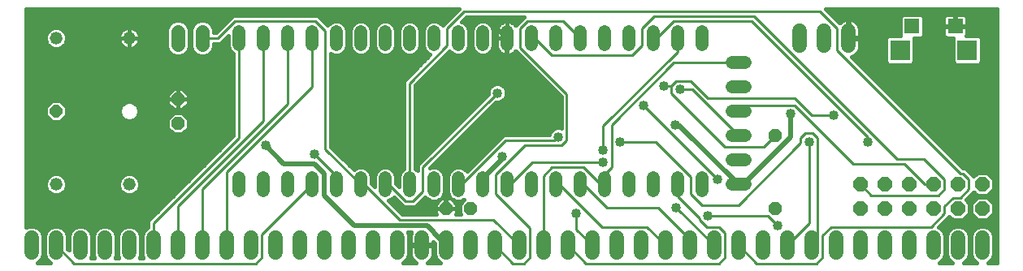
<source format=gbl>
G75*
%MOIN*%
%OFA0B0*%
%FSLAX24Y24*%
%IPPOS*%
%LPD*%
%AMOC8*
5,1,8,0,0,1.08239X$1,22.5*
%
%ADD10C,0.0520*%
%ADD11OC8,0.0600*%
%ADD12C,0.0600*%
%ADD13OC8,0.0520*%
%ADD14C,0.0520*%
%ADD15OC8,0.0515*%
%ADD16R,0.0600X0.0600*%
%ADD17R,0.0825X0.0825*%
%ADD18C,0.0560*%
%ADD19C,0.0100*%
%ADD20C,0.0400*%
%ADD21C,0.0200*%
%ADD22C,0.0160*%
D10*
X009180Y003420D02*
X009180Y003940D01*
X010180Y003940D02*
X010180Y003420D01*
X011180Y003420D02*
X011180Y003940D01*
X012180Y003940D02*
X012180Y003420D01*
X013180Y003420D02*
X013180Y003940D01*
X014180Y003940D02*
X014180Y003420D01*
X015180Y003420D02*
X015180Y003940D01*
X016180Y003940D02*
X016180Y003420D01*
X017180Y003420D02*
X017180Y003940D01*
X018180Y003940D02*
X018180Y003420D01*
X019180Y003420D02*
X019180Y003940D01*
X020180Y003940D02*
X020180Y003420D01*
X021180Y003420D02*
X021180Y003940D01*
X022180Y003940D02*
X022180Y003420D01*
X023180Y003420D02*
X023180Y003940D01*
X024180Y003940D02*
X024180Y003420D01*
X025180Y003420D02*
X025180Y003940D01*
X026180Y003940D02*
X026180Y003420D01*
X027180Y003420D02*
X027180Y003940D01*
X028180Y003940D02*
X028180Y003420D01*
X029420Y003680D02*
X029940Y003680D01*
X029940Y004680D02*
X029420Y004680D01*
X029420Y005680D02*
X029940Y005680D01*
X029940Y006680D02*
X029420Y006680D01*
X029420Y007680D02*
X029940Y007680D01*
X029940Y008680D02*
X029420Y008680D01*
X028180Y009420D02*
X028180Y009940D01*
X027180Y009940D02*
X027180Y009420D01*
X026180Y009420D02*
X026180Y009940D01*
X025180Y009940D02*
X025180Y009420D01*
X024180Y009420D02*
X024180Y009940D01*
X023180Y009940D02*
X023180Y009420D01*
X022180Y009420D02*
X022180Y009940D01*
X021180Y009940D02*
X021180Y009420D01*
X020180Y009420D02*
X020180Y009940D01*
X019180Y009940D02*
X019180Y009420D01*
X018180Y009420D02*
X018180Y009940D01*
X017180Y009940D02*
X017180Y009420D01*
X016180Y009420D02*
X016180Y009940D01*
X015180Y009940D02*
X015180Y009420D01*
X014180Y009420D02*
X014180Y009940D01*
X013180Y009940D02*
X013180Y009420D01*
X012180Y009420D02*
X012180Y009940D01*
X011180Y009940D02*
X011180Y009420D01*
X010180Y009420D02*
X010180Y009940D01*
X009180Y009940D02*
X009180Y009420D01*
D11*
X034680Y003680D03*
X035680Y003680D03*
X036680Y003680D03*
X037680Y003680D03*
X038680Y003680D03*
X039680Y003680D03*
X039680Y002680D03*
X038680Y002680D03*
X037680Y002680D03*
X036680Y002680D03*
X035680Y002680D03*
X034680Y002680D03*
D12*
X034680Y001480D02*
X034680Y000880D01*
X033680Y000880D02*
X033680Y001480D01*
X032680Y001480D02*
X032680Y000880D01*
X031680Y000880D02*
X031680Y001480D01*
X030680Y001480D02*
X030680Y000880D01*
X029680Y000880D02*
X029680Y001480D01*
X028680Y001480D02*
X028680Y000880D01*
X027680Y000880D02*
X027680Y001480D01*
X026680Y001480D02*
X026680Y000880D01*
X025680Y000880D02*
X025680Y001480D01*
X024680Y001480D02*
X024680Y000880D01*
X023680Y000880D02*
X023680Y001480D01*
X022680Y001480D02*
X022680Y000880D01*
X021680Y000880D02*
X021680Y001480D01*
X020680Y001480D02*
X020680Y000880D01*
X019680Y000880D02*
X019680Y001480D01*
X018680Y001480D02*
X018680Y000880D01*
X017680Y000880D02*
X017680Y001480D01*
X016680Y001480D02*
X016680Y000880D01*
X015680Y000880D02*
X015680Y001480D01*
X014680Y001480D02*
X014680Y000880D01*
X013680Y000880D02*
X013680Y001480D01*
X012680Y001480D02*
X012680Y000880D01*
X011680Y000880D02*
X011680Y001480D01*
X010680Y001480D02*
X010680Y000880D01*
X009680Y000880D02*
X009680Y001480D01*
X008680Y001480D02*
X008680Y000880D01*
X007680Y000880D02*
X007680Y001480D01*
X006680Y001480D02*
X006680Y000880D01*
X005680Y000880D02*
X005680Y001480D01*
X004680Y001480D02*
X004680Y000880D01*
X003680Y000880D02*
X003680Y001480D01*
X002680Y001480D02*
X002680Y000880D01*
X001680Y000880D02*
X001680Y001480D01*
X000680Y001480D02*
X000680Y000880D01*
X032180Y009380D02*
X032180Y009980D01*
X033180Y009980D02*
X033180Y009380D01*
X034180Y009380D02*
X034180Y009980D01*
X035680Y001480D02*
X035680Y000880D01*
X036680Y000880D02*
X036680Y001480D01*
X037680Y001480D02*
X037680Y000880D01*
X038680Y000880D02*
X038680Y001480D01*
X039680Y001480D02*
X039680Y000880D01*
D13*
X031180Y002680D03*
X031180Y005680D03*
X018680Y002680D03*
X017680Y002680D03*
X006680Y006180D03*
X006680Y007180D03*
D14*
X004680Y009680D03*
X001680Y009680D03*
X001680Y003680D03*
X004680Y003680D03*
D15*
X001680Y006680D03*
D16*
X036795Y010170D03*
X038565Y010170D03*
D17*
X039060Y009190D03*
X036300Y009190D03*
D18*
X007680Y009400D02*
X007680Y009960D01*
X006680Y009960D02*
X006680Y009400D01*
D19*
X007680Y009680D02*
X008330Y009680D01*
X009030Y010380D01*
X012330Y010380D01*
X012730Y009980D01*
X012730Y005130D01*
X014180Y003680D01*
X014330Y003680D01*
X015780Y002230D01*
X019630Y002230D01*
X020680Y001180D01*
X020430Y000430D02*
X019680Y001180D01*
X020880Y000430D02*
X021130Y000680D01*
X021130Y001880D01*
X019730Y003280D01*
X019730Y004080D01*
X020930Y005280D01*
X022430Y005280D01*
X022630Y005480D01*
X022630Y007380D01*
X020730Y009280D01*
X020730Y010080D01*
X021030Y010380D01*
X022480Y010380D01*
X023180Y009680D01*
X022030Y008980D02*
X021330Y009680D01*
X021180Y009680D01*
X022030Y008980D02*
X025330Y008980D01*
X025730Y009380D01*
X025730Y010080D01*
X026230Y010580D01*
X030330Y010580D01*
X036180Y004730D01*
X037280Y004730D01*
X038130Y003880D01*
X038130Y003480D01*
X037880Y003230D01*
X035130Y003230D01*
X034680Y003680D01*
X034380Y004530D02*
X031980Y006930D01*
X029930Y006930D01*
X029680Y006680D01*
X028430Y007230D02*
X027730Y007930D01*
X027130Y007930D01*
X026930Y007730D01*
X026630Y007730D01*
X026930Y007730D02*
X026930Y007430D01*
X029130Y005230D01*
X030730Y005230D01*
X031180Y005680D01*
X032230Y005580D02*
X032230Y005380D01*
X029680Y002830D01*
X028180Y002830D01*
X027730Y003280D01*
X027730Y003980D01*
X026280Y005430D01*
X024830Y005430D01*
X024130Y005080D02*
X024130Y006080D01*
X027180Y009130D01*
X027180Y009680D01*
X027030Y010380D02*
X026330Y009680D01*
X026180Y009680D01*
X027030Y010380D02*
X030230Y010380D01*
X034980Y005630D01*
X034980Y005430D01*
X032930Y005580D02*
X032930Y001430D01*
X032680Y001180D01*
X032580Y002080D02*
X031680Y001180D01*
X033130Y001580D02*
X033130Y000680D01*
X032880Y000430D01*
X030430Y000430D01*
X029680Y001180D01*
X028680Y001180D02*
X027130Y002730D01*
X026380Y002730D02*
X027680Y001430D01*
X027680Y001180D01*
X026680Y001180D02*
X025930Y001930D01*
X024080Y001930D01*
X022330Y003680D01*
X022180Y003680D01*
X023180Y003680D02*
X023330Y003680D01*
X024280Y002730D01*
X026380Y002730D01*
X027180Y003180D02*
X028080Y002280D01*
X028080Y002230D01*
X028380Y001930D01*
X028880Y001930D01*
X029130Y001680D01*
X029130Y000680D01*
X028880Y000430D01*
X023430Y000430D01*
X022680Y001180D01*
X023030Y001830D02*
X023680Y001180D01*
X021680Y001180D02*
X021680Y004030D01*
X022030Y004380D01*
X023330Y004380D01*
X024030Y003680D01*
X024180Y003680D01*
X023930Y003830D01*
X024480Y004380D01*
X024480Y006130D01*
X027030Y008680D01*
X029680Y008680D01*
X027780Y007580D02*
X027280Y007580D01*
X027780Y007580D02*
X029680Y005680D01*
X032230Y005580D02*
X032430Y005780D01*
X032730Y005780D01*
X032930Y005580D01*
X032580Y005430D02*
X032580Y002080D01*
X033130Y001580D02*
X033480Y001930D01*
X037580Y001930D01*
X038130Y002480D01*
X038130Y002780D01*
X038480Y003130D01*
X038780Y003130D01*
X039130Y003480D01*
X039130Y003880D01*
X038880Y004130D01*
X038780Y004130D01*
X033730Y009180D01*
X033730Y010080D01*
X033030Y010780D01*
X018430Y010780D01*
X017730Y010080D01*
X017730Y009380D01*
X016180Y007830D01*
X016180Y003680D01*
X016030Y002980D02*
X015330Y003680D01*
X015180Y003680D01*
X016330Y002980D02*
X016730Y003380D01*
X016730Y004380D01*
X019780Y007430D01*
X025780Y006930D02*
X028830Y003880D01*
X027180Y003680D02*
X027180Y003180D01*
X028430Y002380D02*
X030880Y002380D01*
X031280Y001980D01*
X036480Y004530D02*
X037330Y003680D01*
X037680Y003680D01*
X036480Y004530D02*
X034380Y004530D01*
X033580Y006530D02*
X032680Y006530D01*
X031980Y007230D01*
X028430Y007230D01*
X022280Y005630D02*
X022130Y005480D01*
X020130Y005480D01*
X018330Y003680D01*
X018180Y003680D01*
X020180Y003680D02*
X020330Y003680D01*
X021230Y004580D01*
X024130Y004580D01*
X023030Y002480D02*
X023030Y001830D01*
X020880Y000430D02*
X020430Y000430D01*
X016330Y002980D02*
X016030Y002980D01*
X013180Y003680D02*
X013180Y004030D01*
X012280Y004930D01*
X009180Y005580D02*
X005680Y002080D01*
X005680Y001180D01*
X006680Y001180D02*
X006680Y002780D01*
X010180Y006280D01*
X010180Y009680D01*
X009180Y009680D02*
X009180Y005580D01*
X008680Y004180D02*
X008680Y001180D01*
X007680Y001180D02*
X007680Y003480D01*
X011180Y006980D01*
X011180Y009680D01*
X012180Y009680D02*
X012180Y007680D01*
X008680Y004180D01*
X010130Y001630D02*
X012180Y003680D01*
X010130Y001630D02*
X010130Y000680D01*
X009880Y000430D01*
X002430Y000430D01*
X001680Y001180D01*
D20*
X012280Y004930D03*
X010280Y005280D03*
X019980Y004830D03*
X022280Y005630D03*
X024130Y005080D03*
X024830Y005430D03*
X027080Y006130D03*
X025780Y006930D03*
X027280Y007580D03*
X026630Y007730D03*
X031830Y006580D03*
X033580Y006530D03*
X032580Y005430D03*
X034980Y005430D03*
X028830Y003880D03*
X027130Y002730D03*
X028430Y002380D03*
X031280Y001980D03*
X023030Y002480D03*
X024130Y004580D03*
X019780Y007430D03*
X018580Y010430D03*
D21*
X019430Y010430D01*
X020180Y009680D01*
X020180Y006630D01*
X017680Y004130D01*
X017680Y002680D01*
X016930Y001980D02*
X013930Y001980D01*
X012680Y003230D01*
X012680Y004130D01*
X012280Y004530D01*
X011030Y004530D01*
X010280Y005280D01*
X019180Y003930D02*
X019180Y003680D01*
X019180Y003930D02*
X019980Y004730D01*
X019980Y004830D01*
X027080Y006130D02*
X027230Y006130D01*
X029680Y003680D01*
X029880Y003680D01*
X031830Y005630D01*
X031830Y006580D01*
X017180Y001730D02*
X016930Y001980D01*
X017180Y001730D02*
X017180Y001680D01*
X017680Y001180D01*
D22*
X000952Y000473D02*
X000920Y000460D01*
X001440Y000460D01*
X001408Y000473D01*
X001273Y000608D01*
X001200Y000785D01*
X001200Y001575D01*
X001273Y001752D01*
X001408Y001887D01*
X001585Y001960D01*
X001775Y001960D01*
X001952Y001887D01*
X002087Y001752D01*
X002160Y001575D01*
X002160Y001025D01*
X002200Y000985D01*
X002200Y001575D01*
X002273Y001752D01*
X002408Y001887D01*
X002585Y001960D01*
X002775Y001960D01*
X002952Y001887D01*
X003087Y001752D01*
X003160Y001575D01*
X003160Y000785D01*
X003108Y000660D01*
X003252Y000660D01*
X003200Y000785D01*
X003200Y001575D01*
X003273Y001752D01*
X003408Y001887D01*
X003585Y001960D01*
X003775Y001960D01*
X003952Y001887D01*
X004087Y001752D01*
X004160Y001575D01*
X004160Y000785D01*
X004108Y000660D01*
X004252Y000660D01*
X004200Y000785D01*
X004200Y001575D01*
X004273Y001752D01*
X004408Y001887D01*
X004585Y001960D01*
X004775Y001960D01*
X004952Y001887D01*
X005087Y001752D01*
X005160Y001575D01*
X005160Y000785D01*
X005108Y000660D01*
X005252Y000660D01*
X005200Y000785D01*
X005200Y001575D01*
X005273Y001752D01*
X005408Y001887D01*
X005450Y001904D01*
X005450Y002175D01*
X005585Y002310D01*
X005585Y002310D01*
X008950Y005675D01*
X008950Y009039D01*
X008931Y009047D01*
X008807Y009171D01*
X008740Y009332D01*
X008740Y009765D01*
X008425Y009450D01*
X008140Y009450D01*
X008140Y009308D01*
X008070Y009139D01*
X007941Y009010D01*
X007771Y008940D01*
X007588Y008940D01*
X007419Y009010D01*
X007290Y009139D01*
X007220Y009308D01*
X007220Y010051D01*
X007290Y010221D01*
X007419Y010350D01*
X007588Y010420D01*
X007771Y010420D01*
X007941Y010350D01*
X008070Y010221D01*
X008140Y010051D01*
X008140Y009910D01*
X008235Y009910D01*
X008800Y010475D01*
X008935Y010610D01*
X012425Y010610D01*
X012825Y010210D01*
X012827Y010209D01*
X012931Y010313D01*
X013092Y010380D01*
X013268Y010380D01*
X013429Y010313D01*
X013553Y010189D01*
X013620Y010028D01*
X013620Y009332D01*
X013553Y009171D01*
X013429Y009047D01*
X013268Y008980D01*
X013092Y008980D01*
X012960Y009035D01*
X012960Y005225D01*
X013902Y004284D01*
X013931Y004313D01*
X014092Y004380D01*
X014268Y004380D01*
X014429Y004313D01*
X014553Y004189D01*
X014620Y004028D01*
X014620Y003715D01*
X014740Y003595D01*
X014740Y004028D01*
X014807Y004189D01*
X014931Y004313D01*
X015092Y004380D01*
X015268Y004380D01*
X015429Y004313D01*
X015553Y004189D01*
X015620Y004028D01*
X015620Y003715D01*
X015740Y003595D01*
X015740Y004028D01*
X015807Y004189D01*
X015931Y004313D01*
X015950Y004321D01*
X015950Y007925D01*
X017030Y009006D01*
X016931Y009047D01*
X016807Y009171D01*
X016740Y009332D01*
X016740Y010028D01*
X016807Y010189D01*
X016931Y010313D01*
X017092Y010380D01*
X017268Y010380D01*
X017429Y010313D01*
X017533Y010209D01*
X018200Y010875D01*
X018221Y010896D01*
X000460Y010896D01*
X000460Y001908D01*
X000585Y001960D01*
X000775Y001960D01*
X000952Y001887D01*
X001087Y001752D01*
X001160Y001575D01*
X001160Y000785D01*
X001087Y000608D01*
X000952Y000473D01*
X000976Y000497D02*
X001384Y000497D01*
X001253Y000656D02*
X001107Y000656D01*
X001160Y000814D02*
X001200Y000814D01*
X001200Y000973D02*
X001160Y000973D01*
X001160Y001131D02*
X001200Y001131D01*
X001200Y001290D02*
X001160Y001290D01*
X001160Y001448D02*
X001200Y001448D01*
X001213Y001607D02*
X001147Y001607D01*
X001074Y001765D02*
X001286Y001765D01*
X001496Y001924D02*
X000864Y001924D01*
X000496Y001924D02*
X000460Y001924D01*
X000460Y002082D02*
X005450Y002082D01*
X005515Y002241D02*
X000460Y002241D01*
X000460Y002399D02*
X005674Y002399D01*
X005832Y002558D02*
X000460Y002558D01*
X000460Y002716D02*
X005991Y002716D01*
X006149Y002875D02*
X000460Y002875D01*
X000460Y003033D02*
X006308Y003033D01*
X006466Y003192D02*
X000460Y003192D01*
X000460Y003350D02*
X001388Y003350D01*
X001431Y003307D02*
X001592Y003240D01*
X001768Y003240D01*
X001929Y003307D01*
X002053Y003431D01*
X002120Y003592D01*
X002120Y003768D01*
X002053Y003929D01*
X001929Y004053D01*
X001768Y004120D01*
X001592Y004120D01*
X001431Y004053D01*
X001307Y003929D01*
X001240Y003768D01*
X001240Y003592D01*
X001307Y003431D01*
X001431Y003307D01*
X001972Y003350D02*
X004388Y003350D01*
X004431Y003307D02*
X004592Y003240D01*
X004768Y003240D01*
X004929Y003307D01*
X005053Y003431D01*
X005120Y003592D01*
X005120Y003768D01*
X005053Y003929D01*
X004929Y004053D01*
X004768Y004120D01*
X004592Y004120D01*
X004431Y004053D01*
X004307Y003929D01*
X004240Y003768D01*
X004240Y003592D01*
X004307Y003431D01*
X004431Y003307D01*
X004275Y003509D02*
X002085Y003509D01*
X002120Y003667D02*
X004240Y003667D01*
X004264Y003826D02*
X002096Y003826D01*
X001998Y003984D02*
X004362Y003984D01*
X004998Y003984D02*
X007259Y003984D01*
X007100Y003826D02*
X005096Y003826D01*
X005120Y003667D02*
X006942Y003667D01*
X006783Y003509D02*
X005085Y003509D01*
X004972Y003350D02*
X006625Y003350D01*
X007417Y004143D02*
X000460Y004143D01*
X000460Y004301D02*
X007576Y004301D01*
X007734Y004460D02*
X000460Y004460D01*
X000460Y004618D02*
X007893Y004618D01*
X008051Y004777D02*
X000460Y004777D01*
X000460Y004935D02*
X008210Y004935D01*
X008368Y005094D02*
X000460Y005094D01*
X000460Y005252D02*
X008527Y005252D01*
X008685Y005411D02*
X000460Y005411D01*
X000460Y005569D02*
X008844Y005569D01*
X008950Y005728D02*
X000460Y005728D01*
X000460Y005886D02*
X006352Y005886D01*
X006240Y005998D02*
X006498Y005740D01*
X006862Y005740D01*
X007120Y005998D01*
X007120Y006362D01*
X006862Y006620D01*
X006498Y006620D01*
X006240Y006362D01*
X006240Y005998D01*
X006240Y006045D02*
X000460Y006045D01*
X000460Y006203D02*
X006240Y006203D01*
X006240Y006362D02*
X004925Y006362D01*
X004906Y006342D02*
X005018Y006454D01*
X005078Y006601D01*
X005078Y006759D01*
X005018Y006906D01*
X004906Y007018D01*
X004759Y007078D01*
X004601Y007078D01*
X004454Y007018D01*
X004342Y006906D01*
X004282Y006759D01*
X004282Y006601D01*
X004342Y006454D01*
X004454Y006342D01*
X004601Y006282D01*
X004759Y006282D01*
X004906Y006342D01*
X005045Y006520D02*
X006398Y006520D01*
X006498Y006740D02*
X006240Y006998D01*
X006240Y007180D01*
X006680Y007180D01*
X006680Y007180D01*
X006680Y007620D01*
X006862Y007620D01*
X007120Y007362D01*
X007120Y007180D01*
X006680Y007180D01*
X006680Y007180D01*
X006680Y007180D01*
X006680Y007620D01*
X006498Y007620D01*
X006240Y007362D01*
X006240Y007180D01*
X006680Y007180D01*
X007120Y007180D01*
X007120Y006998D01*
X006862Y006740D01*
X006680Y006740D01*
X006680Y007180D01*
X006680Y007180D01*
X006680Y006740D01*
X006498Y006740D01*
X006401Y006837D02*
X005046Y006837D01*
X005078Y006679D02*
X008950Y006679D01*
X008950Y006837D02*
X006959Y006837D01*
X006680Y006837D02*
X006680Y006837D01*
X006680Y006996D02*
X006680Y006996D01*
X006680Y007154D02*
X006680Y007154D01*
X007120Y007154D02*
X008950Y007154D01*
X008950Y006996D02*
X007118Y006996D01*
X006242Y006996D02*
X004928Y006996D01*
X004432Y006996D02*
X001983Y006996D01*
X001861Y007117D02*
X001499Y007117D01*
X001243Y006861D01*
X001243Y006499D01*
X001499Y006243D01*
X001861Y006243D01*
X002117Y006499D01*
X002117Y006861D01*
X001861Y007117D01*
X001377Y006996D02*
X000460Y006996D01*
X000460Y007154D02*
X006240Y007154D01*
X006240Y007313D02*
X000460Y007313D01*
X000460Y007471D02*
X006349Y007471D01*
X006680Y007471D02*
X006680Y007471D01*
X006680Y007313D02*
X006680Y007313D01*
X007011Y007471D02*
X008950Y007471D01*
X008950Y007313D02*
X007120Y007313D01*
X008950Y007630D02*
X000460Y007630D01*
X000460Y007788D02*
X008950Y007788D01*
X008950Y007947D02*
X000460Y007947D01*
X000460Y008105D02*
X008950Y008105D01*
X008950Y008264D02*
X000460Y008264D01*
X000460Y008422D02*
X008950Y008422D01*
X008950Y008581D02*
X000460Y008581D01*
X000460Y008739D02*
X008950Y008739D01*
X008950Y008898D02*
X000460Y008898D01*
X000460Y009056D02*
X006373Y009056D01*
X006419Y009010D02*
X006588Y008940D01*
X006771Y008940D01*
X006941Y009010D01*
X007070Y009139D01*
X007140Y009308D01*
X007140Y010051D01*
X007070Y010221D01*
X006941Y010350D01*
X006771Y010420D01*
X006588Y010420D01*
X006419Y010350D01*
X006290Y010221D01*
X006220Y010051D01*
X006220Y009308D01*
X006290Y009139D01*
X006419Y009010D01*
X006259Y009215D02*
X000460Y009215D01*
X000460Y009373D02*
X001365Y009373D01*
X001307Y009431D02*
X001431Y009307D01*
X001592Y009240D01*
X001768Y009240D01*
X001929Y009307D01*
X002053Y009431D01*
X002120Y009592D01*
X002120Y009768D01*
X002053Y009929D01*
X001929Y010053D01*
X001768Y010120D01*
X001592Y010120D01*
X001431Y010053D01*
X001307Y009929D01*
X001240Y009768D01*
X001240Y009592D01*
X001307Y009431D01*
X001265Y009532D02*
X000460Y009532D01*
X000460Y009690D02*
X001240Y009690D01*
X001274Y009849D02*
X000460Y009849D01*
X000460Y010007D02*
X001385Y010007D01*
X001975Y010007D02*
X004385Y010007D01*
X004393Y010016D02*
X004344Y009967D01*
X004304Y009911D01*
X004272Y009849D01*
X004251Y009783D01*
X004240Y009715D01*
X004240Y009680D01*
X004680Y009680D01*
X004680Y009680D01*
X004680Y010120D01*
X004715Y010120D01*
X004783Y010109D01*
X004849Y010088D01*
X004911Y010056D01*
X004967Y010016D01*
X005016Y009967D01*
X005056Y009911D01*
X005088Y009849D01*
X005109Y009783D01*
X005120Y009715D01*
X005120Y009680D01*
X004680Y009680D01*
X004680Y009680D01*
X004680Y009680D01*
X004680Y010120D01*
X004645Y010120D01*
X004577Y010109D01*
X004511Y010088D01*
X004449Y010056D01*
X004393Y010016D01*
X004272Y009849D02*
X002086Y009849D01*
X002120Y009690D02*
X004240Y009690D01*
X004240Y009680D02*
X004240Y009645D01*
X004251Y009577D01*
X004272Y009511D01*
X004304Y009449D01*
X004344Y009393D01*
X004393Y009344D01*
X004449Y009304D01*
X004511Y009272D01*
X004577Y009251D01*
X004645Y009240D01*
X004680Y009240D01*
X004715Y009240D01*
X004783Y009251D01*
X004849Y009272D01*
X004911Y009304D01*
X004967Y009344D01*
X005016Y009393D01*
X005056Y009449D01*
X005088Y009511D01*
X005109Y009577D01*
X005120Y009645D01*
X005120Y009680D01*
X004680Y009680D01*
X004680Y009240D01*
X004680Y009680D01*
X004680Y009680D01*
X004240Y009680D01*
X004266Y009532D02*
X002095Y009532D01*
X001995Y009373D02*
X004365Y009373D01*
X004680Y009373D02*
X004680Y009373D01*
X004680Y009532D02*
X004680Y009532D01*
X004680Y009690D02*
X004680Y009690D01*
X005120Y009690D02*
X006220Y009690D01*
X006220Y009532D02*
X005094Y009532D01*
X004995Y009373D02*
X006220Y009373D01*
X007101Y009215D02*
X007259Y009215D01*
X007373Y009056D02*
X006987Y009056D01*
X007987Y009056D02*
X008922Y009056D01*
X008789Y009215D02*
X008101Y009215D01*
X008140Y009373D02*
X008740Y009373D01*
X008740Y009532D02*
X008507Y009532D01*
X008665Y009690D02*
X008740Y009690D01*
X008332Y010007D02*
X008140Y010007D01*
X008093Y010166D02*
X008490Y010166D01*
X008649Y010324D02*
X007967Y010324D01*
X007393Y010324D02*
X006967Y010324D01*
X007093Y010166D02*
X007267Y010166D01*
X007220Y010007D02*
X007140Y010007D01*
X007140Y009849D02*
X007220Y009849D01*
X007220Y009690D02*
X007140Y009690D01*
X007140Y009532D02*
X007220Y009532D01*
X007220Y009373D02*
X007140Y009373D01*
X006220Y009849D02*
X005088Y009849D01*
X004975Y010007D02*
X006220Y010007D01*
X006267Y010166D02*
X000460Y010166D01*
X000460Y010324D02*
X006393Y010324D01*
X004680Y010007D02*
X004680Y010007D01*
X004680Y009849D02*
X004680Y009849D01*
X008807Y010483D02*
X000460Y010483D01*
X000460Y010641D02*
X017966Y010641D01*
X018124Y010800D02*
X000460Y010800D01*
X012553Y010483D02*
X017807Y010483D01*
X017649Y010324D02*
X017403Y010324D01*
X016957Y010324D02*
X016403Y010324D01*
X016429Y010313D02*
X016268Y010380D01*
X016092Y010380D01*
X015931Y010313D01*
X015807Y010189D01*
X015740Y010028D01*
X015740Y009332D01*
X015807Y009171D01*
X015931Y009047D01*
X016092Y008980D01*
X016268Y008980D01*
X016429Y009047D01*
X016553Y009171D01*
X016620Y009332D01*
X016620Y010028D01*
X016553Y010189D01*
X016429Y010313D01*
X016563Y010166D02*
X016797Y010166D01*
X016740Y010007D02*
X016620Y010007D01*
X016620Y009849D02*
X016740Y009849D01*
X016740Y009690D02*
X016620Y009690D01*
X016620Y009532D02*
X016740Y009532D01*
X016740Y009373D02*
X016620Y009373D01*
X016571Y009215D02*
X016789Y009215D01*
X016922Y009056D02*
X016438Y009056D01*
X016922Y008898D02*
X012960Y008898D01*
X013438Y009056D02*
X013922Y009056D01*
X013931Y009047D02*
X014092Y008980D01*
X014268Y008980D01*
X014429Y009047D01*
X014553Y009171D01*
X014620Y009332D01*
X014620Y010028D01*
X014553Y010189D01*
X014429Y010313D01*
X014268Y010380D01*
X014092Y010380D01*
X013931Y010313D01*
X013807Y010189D01*
X013740Y010028D01*
X013740Y009332D01*
X013807Y009171D01*
X013931Y009047D01*
X013789Y009215D02*
X013571Y009215D01*
X013620Y009373D02*
X013740Y009373D01*
X013740Y009532D02*
X013620Y009532D01*
X013620Y009690D02*
X013740Y009690D01*
X013740Y009849D02*
X013620Y009849D01*
X013620Y010007D02*
X013740Y010007D01*
X013797Y010166D02*
X013563Y010166D01*
X013403Y010324D02*
X013957Y010324D01*
X014403Y010324D02*
X014957Y010324D01*
X014931Y010313D02*
X014807Y010189D01*
X014740Y010028D01*
X014740Y009332D01*
X014807Y009171D01*
X014931Y009047D01*
X015092Y008980D01*
X015268Y008980D01*
X015429Y009047D01*
X015553Y009171D01*
X015620Y009332D01*
X015620Y010028D01*
X015553Y010189D01*
X015429Y010313D01*
X015268Y010380D01*
X015092Y010380D01*
X014931Y010313D01*
X014797Y010166D02*
X014563Y010166D01*
X014620Y010007D02*
X014740Y010007D01*
X014740Y009849D02*
X014620Y009849D01*
X014620Y009690D02*
X014740Y009690D01*
X014740Y009532D02*
X014620Y009532D01*
X014620Y009373D02*
X014740Y009373D01*
X014789Y009215D02*
X014571Y009215D01*
X014438Y009056D02*
X014922Y009056D01*
X015438Y009056D02*
X015922Y009056D01*
X015789Y009215D02*
X015571Y009215D01*
X015620Y009373D02*
X015740Y009373D01*
X015740Y009532D02*
X015620Y009532D01*
X015620Y009690D02*
X015740Y009690D01*
X015740Y009849D02*
X015620Y009849D01*
X015620Y010007D02*
X015740Y010007D01*
X015797Y010166D02*
X015563Y010166D01*
X015403Y010324D02*
X015957Y010324D01*
X018330Y010354D02*
X018525Y010550D01*
X020875Y010550D01*
X020800Y010475D01*
X020531Y010206D01*
X020516Y010227D01*
X020467Y010276D01*
X020411Y010316D01*
X020349Y010348D01*
X020283Y010369D01*
X020215Y010380D01*
X020180Y010380D01*
X020180Y009680D01*
X020180Y009680D01*
X020180Y008980D01*
X020215Y008980D01*
X020283Y008991D01*
X020349Y009012D01*
X020411Y009044D01*
X020467Y009084D01*
X020516Y009133D01*
X020531Y009154D01*
X020635Y009050D01*
X022400Y007285D01*
X022400Y005992D01*
X022356Y006010D01*
X022204Y006010D01*
X022065Y005952D01*
X021958Y005845D01*
X021902Y005710D01*
X020035Y005710D01*
X019900Y005575D01*
X018533Y004209D01*
X018429Y004313D01*
X018268Y004380D01*
X018092Y004380D01*
X017931Y004313D01*
X017807Y004189D01*
X017740Y004028D01*
X017740Y003332D01*
X017807Y003171D01*
X017858Y003120D01*
X017680Y003120D01*
X017680Y002680D01*
X017680Y002680D01*
X018120Y002680D01*
X018120Y002862D01*
X017938Y003044D01*
X018092Y002980D01*
X018268Y002980D01*
X018422Y003044D01*
X018240Y002862D01*
X018240Y002498D01*
X018278Y002460D01*
X018082Y002460D01*
X018120Y002498D01*
X018120Y002680D01*
X017680Y002680D01*
X017680Y002680D01*
X017680Y002680D01*
X017240Y002680D01*
X017240Y002862D01*
X017422Y003044D01*
X017268Y002980D01*
X017092Y002980D01*
X016931Y003047D01*
X016827Y003151D01*
X016825Y003150D01*
X016425Y002750D01*
X015935Y002750D01*
X015800Y002885D01*
X015533Y003151D01*
X015429Y003047D01*
X015330Y003006D01*
X015875Y002460D01*
X017278Y002460D01*
X017240Y002498D01*
X017240Y002680D01*
X017680Y002680D01*
X017680Y003120D01*
X017502Y003120D01*
X017553Y003171D01*
X017620Y003332D01*
X017620Y004028D01*
X017553Y004189D01*
X017429Y004313D01*
X017268Y004380D01*
X017092Y004380D01*
X017029Y004354D01*
X019725Y007050D01*
X019856Y007050D01*
X019995Y007108D01*
X020102Y007215D01*
X020160Y007354D01*
X020160Y007506D01*
X020102Y007645D01*
X019995Y007752D01*
X019856Y007810D01*
X019704Y007810D01*
X019565Y007752D01*
X019458Y007645D01*
X019400Y007506D01*
X019400Y007375D01*
X016500Y004475D01*
X016500Y004242D01*
X016429Y004313D01*
X016410Y004321D01*
X016410Y007735D01*
X017825Y009150D01*
X017827Y009151D01*
X017931Y009047D01*
X018092Y008980D01*
X018268Y008980D01*
X018429Y009047D01*
X018553Y009171D01*
X018620Y009332D01*
X018620Y010028D01*
X018553Y010189D01*
X018429Y010313D01*
X018330Y010354D01*
X018403Y010324D02*
X018957Y010324D01*
X018931Y010313D02*
X018807Y010189D01*
X018740Y010028D01*
X018740Y009332D01*
X018807Y009171D01*
X018931Y009047D01*
X019092Y008980D01*
X019268Y008980D01*
X019429Y009047D01*
X019553Y009171D01*
X019620Y009332D01*
X019620Y010028D01*
X019553Y010189D01*
X019429Y010313D01*
X019268Y010380D01*
X019092Y010380D01*
X018931Y010313D01*
X018797Y010166D02*
X018563Y010166D01*
X018620Y010007D02*
X018740Y010007D01*
X018740Y009849D02*
X018620Y009849D01*
X018620Y009690D02*
X018740Y009690D01*
X018740Y009532D02*
X018620Y009532D01*
X018620Y009373D02*
X018740Y009373D01*
X018789Y009215D02*
X018571Y009215D01*
X018438Y009056D02*
X018922Y009056D01*
X019438Y009056D02*
X019932Y009056D01*
X019949Y009044D02*
X020011Y009012D01*
X020077Y008991D01*
X020145Y008980D01*
X020180Y008980D01*
X020180Y009680D01*
X020180Y009680D01*
X020180Y009680D01*
X019740Y009680D01*
X019740Y009975D01*
X019751Y010043D01*
X019772Y010109D01*
X019804Y010171D01*
X019844Y010227D01*
X019893Y010276D01*
X019949Y010316D01*
X020011Y010348D01*
X020077Y010369D01*
X020145Y010380D01*
X020180Y010380D01*
X020180Y009680D01*
X019740Y009680D01*
X019740Y009385D01*
X019751Y009317D01*
X019772Y009251D01*
X019804Y009189D01*
X019844Y009133D01*
X019893Y009084D01*
X019949Y009044D01*
X020180Y009056D02*
X020180Y009056D01*
X020180Y009215D02*
X020180Y009215D01*
X020428Y009056D02*
X020629Y009056D01*
X020787Y008898D02*
X017573Y008898D01*
X017731Y009056D02*
X017922Y009056D01*
X017414Y008739D02*
X020946Y008739D01*
X021104Y008581D02*
X017256Y008581D01*
X016764Y008739D02*
X012960Y008739D01*
X012960Y008581D02*
X016605Y008581D01*
X016447Y008422D02*
X012960Y008422D01*
X012960Y008264D02*
X016288Y008264D01*
X016130Y008105D02*
X012960Y008105D01*
X012960Y007947D02*
X015971Y007947D01*
X015950Y007788D02*
X012960Y007788D01*
X012960Y007630D02*
X015950Y007630D01*
X015950Y007471D02*
X012960Y007471D01*
X012960Y007313D02*
X015950Y007313D01*
X016410Y007313D02*
X019337Y007313D01*
X019400Y007471D02*
X016410Y007471D01*
X016410Y007630D02*
X019451Y007630D01*
X019651Y007788D02*
X016463Y007788D01*
X016622Y007947D02*
X021738Y007947D01*
X021897Y007788D02*
X019909Y007788D01*
X020109Y007630D02*
X022055Y007630D01*
X022214Y007471D02*
X020160Y007471D01*
X020143Y007313D02*
X022372Y007313D01*
X022400Y007154D02*
X020041Y007154D01*
X019671Y006996D02*
X022400Y006996D01*
X022400Y006837D02*
X019512Y006837D01*
X019354Y006679D02*
X022400Y006679D01*
X022400Y006520D02*
X019195Y006520D01*
X018703Y006679D02*
X016410Y006679D01*
X016410Y006837D02*
X018862Y006837D01*
X019020Y006996D02*
X016410Y006996D01*
X016410Y007154D02*
X019179Y007154D01*
X018545Y006520D02*
X016410Y006520D01*
X015950Y006520D02*
X012960Y006520D01*
X012960Y006679D02*
X015950Y006679D01*
X015950Y006837D02*
X012960Y006837D01*
X012960Y006996D02*
X015950Y006996D01*
X015950Y007154D02*
X012960Y007154D01*
X012960Y006362D02*
X015950Y006362D01*
X015950Y006203D02*
X012960Y006203D01*
X012960Y006045D02*
X015950Y006045D01*
X016410Y006045D02*
X018069Y006045D01*
X018228Y006203D02*
X016410Y006203D01*
X016410Y006362D02*
X018386Y006362D01*
X018878Y006203D02*
X022400Y006203D01*
X022400Y006362D02*
X019037Y006362D01*
X018720Y006045D02*
X022400Y006045D01*
X021999Y005886D02*
X018561Y005886D01*
X018403Y005728D02*
X021909Y005728D01*
X019894Y005569D02*
X018244Y005569D01*
X018086Y005411D02*
X019735Y005411D01*
X019577Y005252D02*
X017927Y005252D01*
X017435Y005411D02*
X016410Y005411D01*
X016410Y005569D02*
X017594Y005569D01*
X017752Y005728D02*
X016410Y005728D01*
X016410Y005886D02*
X017911Y005886D01*
X015950Y005886D02*
X012960Y005886D01*
X012960Y005728D02*
X015950Y005728D01*
X015950Y005569D02*
X012960Y005569D01*
X012960Y005411D02*
X015950Y005411D01*
X015950Y005252D02*
X012960Y005252D01*
X013092Y005094D02*
X015950Y005094D01*
X015950Y004935D02*
X013250Y004935D01*
X013409Y004777D02*
X015950Y004777D01*
X015950Y004618D02*
X013567Y004618D01*
X013726Y004460D02*
X015950Y004460D01*
X016410Y004460D02*
X016500Y004460D01*
X016410Y004618D02*
X016643Y004618D01*
X016801Y004777D02*
X016410Y004777D01*
X016410Y004935D02*
X016960Y004935D01*
X017118Y005094D02*
X016410Y005094D01*
X016410Y005252D02*
X017277Y005252D01*
X017769Y005094D02*
X019418Y005094D01*
X019260Y004935D02*
X017610Y004935D01*
X017452Y004777D02*
X019101Y004777D01*
X018943Y004618D02*
X017293Y004618D01*
X017135Y004460D02*
X018784Y004460D01*
X018626Y004301D02*
X018441Y004301D01*
X017919Y004301D02*
X017441Y004301D01*
X017572Y004143D02*
X017788Y004143D01*
X017740Y003984D02*
X017620Y003984D01*
X017620Y003826D02*
X017740Y003826D01*
X017740Y003667D02*
X017620Y003667D01*
X017620Y003509D02*
X017740Y003509D01*
X017740Y003350D02*
X017620Y003350D01*
X017562Y003192D02*
X017798Y003192D01*
X017680Y003033D02*
X017680Y003033D01*
X017680Y002875D02*
X017680Y002875D01*
X017411Y003033D02*
X017395Y003033D01*
X017252Y002875D02*
X016550Y002875D01*
X016708Y003033D02*
X016965Y003033D01*
X017949Y003033D02*
X017965Y003033D01*
X018108Y002875D02*
X018252Y002875D01*
X018395Y003033D02*
X018411Y003033D01*
X018240Y002716D02*
X018120Y002716D01*
X018120Y002558D02*
X018240Y002558D01*
X017680Y002716D02*
X017680Y002716D01*
X017240Y002716D02*
X015619Y002716D01*
X015778Y002558D02*
X017240Y002558D01*
X015810Y002875D02*
X015461Y002875D01*
X015395Y003033D02*
X015652Y003033D01*
X015668Y003667D02*
X015740Y003667D01*
X015740Y003826D02*
X015620Y003826D01*
X015620Y003984D02*
X015740Y003984D01*
X015788Y004143D02*
X015572Y004143D01*
X015441Y004301D02*
X015919Y004301D01*
X016441Y004301D02*
X016500Y004301D01*
X014919Y004301D02*
X014441Y004301D01*
X014572Y004143D02*
X014788Y004143D01*
X014740Y003984D02*
X014620Y003984D01*
X014620Y003826D02*
X014740Y003826D01*
X014740Y003667D02*
X014668Y003667D01*
X013919Y004301D02*
X013884Y004301D01*
X008950Y005886D02*
X007008Y005886D01*
X007120Y006045D02*
X008950Y006045D01*
X008950Y006203D02*
X007120Y006203D01*
X007120Y006362D02*
X008950Y006362D01*
X008950Y006520D02*
X006962Y006520D01*
X004435Y006362D02*
X001980Y006362D01*
X001380Y006362D02*
X000460Y006362D01*
X000460Y006520D02*
X001243Y006520D01*
X001243Y006679D02*
X000460Y006679D01*
X000460Y006837D02*
X001243Y006837D01*
X002117Y006837D02*
X004314Y006837D01*
X004282Y006679D02*
X002117Y006679D01*
X002117Y006520D02*
X004315Y006520D01*
X001362Y003984D02*
X000460Y003984D01*
X000460Y003826D02*
X001264Y003826D01*
X001240Y003667D02*
X000460Y003667D01*
X000460Y003509D02*
X001275Y003509D01*
X001864Y001924D02*
X002496Y001924D01*
X002286Y001765D02*
X002074Y001765D01*
X002147Y001607D02*
X002213Y001607D01*
X002200Y001448D02*
X002160Y001448D01*
X002160Y001290D02*
X002200Y001290D01*
X002200Y001131D02*
X002160Y001131D01*
X003160Y001131D02*
X003200Y001131D01*
X003200Y000973D02*
X003160Y000973D01*
X003160Y000814D02*
X003200Y000814D01*
X004160Y000814D02*
X004200Y000814D01*
X004200Y000973D02*
X004160Y000973D01*
X004160Y001131D02*
X004200Y001131D01*
X004200Y001290D02*
X004160Y001290D01*
X004160Y001448D02*
X004200Y001448D01*
X004213Y001607D02*
X004147Y001607D01*
X004074Y001765D02*
X004286Y001765D01*
X004496Y001924D02*
X003864Y001924D01*
X003496Y001924D02*
X002864Y001924D01*
X003074Y001765D02*
X003286Y001765D01*
X003213Y001607D02*
X003147Y001607D01*
X003160Y001448D02*
X003200Y001448D01*
X003200Y001290D02*
X003160Y001290D01*
X004864Y001924D02*
X005450Y001924D01*
X005286Y001765D02*
X005074Y001765D01*
X005147Y001607D02*
X005213Y001607D01*
X005200Y001448D02*
X005160Y001448D01*
X005160Y001290D02*
X005200Y001290D01*
X005200Y001131D02*
X005160Y001131D01*
X005160Y000973D02*
X005200Y000973D01*
X005200Y000814D02*
X005160Y000814D01*
X015920Y000460D02*
X015952Y000473D01*
X016087Y000608D01*
X016160Y000785D01*
X016160Y001575D01*
X016108Y001700D01*
X016253Y001700D01*
X016235Y001664D01*
X016212Y001592D01*
X016200Y001518D01*
X016200Y001200D01*
X016660Y001200D01*
X016660Y001160D01*
X016200Y001160D01*
X016200Y000842D01*
X016212Y000768D01*
X016235Y000696D01*
X016269Y000628D01*
X016314Y000567D01*
X016367Y000514D01*
X016428Y000469D01*
X016447Y000460D01*
X015920Y000460D01*
X015976Y000497D02*
X016391Y000497D01*
X016256Y000656D02*
X016107Y000656D01*
X016160Y000814D02*
X016204Y000814D01*
X016200Y000973D02*
X016160Y000973D01*
X016160Y001131D02*
X016200Y001131D01*
X016700Y001160D02*
X016700Y001200D01*
X017160Y001200D01*
X017160Y001304D01*
X017200Y001264D01*
X017200Y000785D01*
X017273Y000608D01*
X017408Y000473D01*
X017440Y000460D01*
X016913Y000460D01*
X016932Y000469D01*
X016993Y000514D01*
X017046Y000567D01*
X017091Y000628D01*
X017125Y000696D01*
X017148Y000768D01*
X017160Y000842D01*
X017160Y001160D01*
X016700Y001160D01*
X017160Y001131D02*
X017200Y001131D01*
X017200Y000973D02*
X017160Y000973D01*
X017156Y000814D02*
X017200Y000814D01*
X017253Y000656D02*
X017104Y000656D01*
X016969Y000497D02*
X017384Y000497D01*
X017175Y001290D02*
X017160Y001290D01*
X016200Y001290D02*
X016160Y001290D01*
X016160Y001448D02*
X016200Y001448D01*
X016216Y001607D02*
X016147Y001607D01*
X036081Y007154D02*
X040270Y007154D01*
X040270Y006996D02*
X036240Y006996D01*
X036398Y006837D02*
X040270Y006837D01*
X040270Y006679D02*
X036557Y006679D01*
X036715Y006520D02*
X040270Y006520D01*
X040270Y006362D02*
X036874Y006362D01*
X037032Y006203D02*
X040270Y006203D01*
X040270Y006045D02*
X037191Y006045D01*
X037349Y005886D02*
X040270Y005886D01*
X040270Y005728D02*
X037508Y005728D01*
X037666Y005569D02*
X040270Y005569D01*
X040270Y005411D02*
X037825Y005411D01*
X037983Y005252D02*
X040270Y005252D01*
X040270Y005094D02*
X038142Y005094D01*
X038300Y004935D02*
X040270Y004935D01*
X040270Y004777D02*
X038459Y004777D01*
X038617Y004618D02*
X040270Y004618D01*
X040270Y004460D02*
X038776Y004460D01*
X038875Y004360D02*
X034316Y008919D01*
X034364Y008935D01*
X034432Y008969D01*
X034493Y009014D01*
X034546Y009067D01*
X034591Y009128D01*
X034625Y009196D01*
X034648Y009268D01*
X034660Y009342D01*
X034660Y009660D01*
X034200Y009660D01*
X034200Y009700D01*
X034660Y009700D01*
X034660Y010018D01*
X034648Y010092D01*
X034625Y010164D01*
X034591Y010232D01*
X034546Y010293D01*
X034493Y010346D01*
X034432Y010391D01*
X034364Y010425D01*
X034292Y010448D01*
X034218Y010460D01*
X034200Y010460D01*
X034200Y009700D01*
X034160Y009700D01*
X034160Y010460D01*
X034142Y010460D01*
X034068Y010448D01*
X033996Y010425D01*
X033928Y010391D01*
X033867Y010346D01*
X033828Y010307D01*
X033825Y010310D01*
X033239Y010896D01*
X040270Y010896D01*
X040270Y000460D01*
X039920Y000460D01*
X039952Y000473D01*
X040087Y000608D01*
X040160Y000785D01*
X040160Y001575D01*
X040087Y001752D01*
X039952Y001887D01*
X039775Y001960D01*
X039585Y001960D01*
X039408Y001887D01*
X039273Y001752D01*
X039200Y001575D01*
X039200Y000785D01*
X039273Y000608D01*
X039408Y000473D01*
X039440Y000460D01*
X038920Y000460D01*
X038952Y000473D01*
X039087Y000608D01*
X039160Y000785D01*
X039160Y001575D01*
X039087Y001752D01*
X038952Y001887D01*
X038775Y001960D01*
X038585Y001960D01*
X038408Y001887D01*
X038273Y001752D01*
X038200Y001575D01*
X038200Y000785D01*
X038273Y000608D01*
X038408Y000473D01*
X038440Y000460D01*
X037920Y000460D01*
X037952Y000473D01*
X038087Y000608D01*
X038160Y000785D01*
X038160Y001575D01*
X038087Y001752D01*
X037952Y001887D01*
X037888Y001913D01*
X038328Y002353D01*
X038481Y002200D01*
X038879Y002200D01*
X039160Y002481D01*
X039160Y002879D01*
X039007Y003032D01*
X039010Y003035D01*
X039328Y003353D01*
X039481Y003200D01*
X039879Y003200D01*
X040160Y003481D01*
X040160Y003879D01*
X039879Y004160D01*
X039481Y004160D01*
X039328Y004007D01*
X039225Y004110D01*
X038975Y004360D01*
X038875Y004360D01*
X039034Y004301D02*
X040270Y004301D01*
X040270Y004143D02*
X039896Y004143D01*
X039464Y004143D02*
X039193Y004143D01*
X040055Y003984D02*
X040270Y003984D01*
X040270Y003826D02*
X040160Y003826D01*
X040160Y003667D02*
X040270Y003667D01*
X040270Y003509D02*
X040160Y003509D01*
X040270Y003350D02*
X040029Y003350D01*
X039331Y003350D02*
X039325Y003350D01*
X039167Y003192D02*
X040270Y003192D01*
X040270Y003033D02*
X040006Y003033D01*
X039879Y003160D02*
X039481Y003160D01*
X039200Y002879D01*
X039200Y002481D01*
X039481Y002200D01*
X039879Y002200D01*
X040160Y002481D01*
X040160Y002879D01*
X039879Y003160D01*
X039354Y003033D02*
X039008Y003033D01*
X039160Y002875D02*
X039200Y002875D01*
X039200Y002716D02*
X039160Y002716D01*
X039160Y002558D02*
X039200Y002558D01*
X039282Y002399D02*
X039078Y002399D01*
X038919Y002241D02*
X039441Y002241D01*
X039919Y002241D02*
X040270Y002241D01*
X040270Y002082D02*
X038057Y002082D01*
X038216Y002241D02*
X038441Y002241D01*
X038496Y001924D02*
X037899Y001924D01*
X038074Y001765D02*
X038286Y001765D01*
X038213Y001607D02*
X038147Y001607D01*
X038160Y001448D02*
X038200Y001448D01*
X038200Y001290D02*
X038160Y001290D01*
X038160Y001131D02*
X038200Y001131D01*
X038200Y000973D02*
X038160Y000973D01*
X038160Y000814D02*
X038200Y000814D01*
X038253Y000656D02*
X038107Y000656D01*
X037976Y000497D02*
X038384Y000497D01*
X038976Y000497D02*
X039384Y000497D01*
X039253Y000656D02*
X039107Y000656D01*
X039160Y000814D02*
X039200Y000814D01*
X039200Y000973D02*
X039160Y000973D01*
X039160Y001131D02*
X039200Y001131D01*
X039200Y001290D02*
X039160Y001290D01*
X039160Y001448D02*
X039200Y001448D01*
X039213Y001607D02*
X039147Y001607D01*
X039074Y001765D02*
X039286Y001765D01*
X039496Y001924D02*
X038864Y001924D01*
X039864Y001924D02*
X040270Y001924D01*
X040270Y001765D02*
X040074Y001765D01*
X040147Y001607D02*
X040270Y001607D01*
X040270Y001448D02*
X040160Y001448D01*
X040160Y001290D02*
X040270Y001290D01*
X040270Y001131D02*
X040160Y001131D01*
X040160Y000973D02*
X040270Y000973D01*
X040270Y000814D02*
X040160Y000814D01*
X040107Y000656D02*
X040270Y000656D01*
X040270Y000497D02*
X039976Y000497D01*
X040078Y002399D02*
X040270Y002399D01*
X040270Y002558D02*
X040160Y002558D01*
X040160Y002716D02*
X040270Y002716D01*
X040270Y002875D02*
X040160Y002875D01*
X040270Y007313D02*
X035923Y007313D01*
X035764Y007471D02*
X040270Y007471D01*
X040270Y007630D02*
X035606Y007630D01*
X035447Y007788D02*
X040270Y007788D01*
X040270Y007947D02*
X035289Y007947D01*
X035130Y008105D02*
X040270Y008105D01*
X040270Y008264D02*
X034972Y008264D01*
X034813Y008422D02*
X040270Y008422D01*
X040270Y008581D02*
X034655Y008581D01*
X034496Y008739D02*
X035708Y008739D01*
X035708Y008703D02*
X035813Y008598D01*
X036787Y008598D01*
X036892Y008703D01*
X036892Y009677D01*
X036880Y009690D01*
X037170Y009690D01*
X038241Y009690D01*
X038480Y009690D01*
X038468Y009677D01*
X038468Y008703D01*
X038573Y008598D01*
X039547Y008598D01*
X039652Y008703D01*
X039652Y009677D01*
X039547Y009782D01*
X039022Y009782D01*
X039033Y009801D01*
X039045Y009846D01*
X039045Y010150D01*
X038585Y010150D01*
X038585Y010190D01*
X038545Y010190D01*
X038545Y010650D01*
X038241Y010650D01*
X038196Y010638D01*
X038154Y010614D01*
X038121Y010581D01*
X038097Y010539D01*
X038085Y010494D01*
X038085Y010190D01*
X038545Y010190D01*
X038545Y010150D01*
X038085Y010150D01*
X038085Y009846D01*
X038097Y009801D01*
X038121Y009759D01*
X038154Y009726D01*
X038196Y009702D01*
X038241Y009690D01*
X038468Y009532D02*
X036892Y009532D01*
X036892Y009373D02*
X038468Y009373D01*
X038468Y009215D02*
X036892Y009215D01*
X036892Y009056D02*
X038468Y009056D01*
X038468Y008898D02*
X036892Y008898D01*
X036892Y008739D02*
X038468Y008739D01*
X039652Y008739D02*
X040270Y008739D01*
X040270Y008898D02*
X039652Y008898D01*
X039652Y009056D02*
X040270Y009056D01*
X040270Y009215D02*
X039652Y009215D01*
X039652Y009373D02*
X040270Y009373D01*
X040270Y009532D02*
X039652Y009532D01*
X039640Y009690D02*
X040270Y009690D01*
X040270Y009849D02*
X039045Y009849D01*
X039045Y010007D02*
X040270Y010007D01*
X040270Y010166D02*
X038585Y010166D01*
X038585Y010190D02*
X039045Y010190D01*
X039045Y010494D01*
X039033Y010539D01*
X039009Y010581D01*
X038976Y010614D01*
X038934Y010638D01*
X038889Y010650D01*
X038585Y010650D01*
X038585Y010190D01*
X038545Y010166D02*
X037275Y010166D01*
X037275Y010324D02*
X038085Y010324D01*
X038085Y010483D02*
X037275Y010483D01*
X037275Y010545D02*
X037170Y010650D01*
X036420Y010650D01*
X036315Y010545D01*
X036315Y009795D01*
X036328Y009782D01*
X035813Y009782D01*
X035708Y009677D01*
X035708Y008703D01*
X035708Y008898D02*
X034338Y008898D01*
X034535Y009056D02*
X035708Y009056D01*
X035708Y009215D02*
X034631Y009215D01*
X034660Y009373D02*
X035708Y009373D01*
X035708Y009532D02*
X034660Y009532D01*
X034200Y009690D02*
X035720Y009690D01*
X036315Y009849D02*
X034660Y009849D01*
X034660Y010007D02*
X036315Y010007D01*
X036315Y010166D02*
X034624Y010166D01*
X034515Y010324D02*
X036315Y010324D01*
X036315Y010483D02*
X033653Y010483D01*
X033811Y010324D02*
X033845Y010324D01*
X034160Y010324D02*
X034200Y010324D01*
X034200Y010166D02*
X034160Y010166D01*
X034160Y010007D02*
X034200Y010007D01*
X034200Y009849D02*
X034160Y009849D01*
X033494Y010641D02*
X036411Y010641D01*
X037179Y010641D02*
X038208Y010641D01*
X038545Y010641D02*
X038585Y010641D01*
X038922Y010641D02*
X040270Y010641D01*
X040270Y010800D02*
X033336Y010800D01*
X037275Y010545D02*
X037275Y009795D01*
X037170Y009690D01*
X037275Y009849D02*
X038085Y009849D01*
X038085Y010007D02*
X037275Y010007D01*
X038545Y010324D02*
X038585Y010324D01*
X038585Y010483D02*
X038545Y010483D01*
X039045Y010483D02*
X040270Y010483D01*
X040270Y010324D02*
X039045Y010324D01*
X021580Y008105D02*
X016780Y008105D01*
X016939Y008264D02*
X021421Y008264D01*
X021263Y008422D02*
X017097Y008422D01*
X019571Y009215D02*
X019791Y009215D01*
X019742Y009373D02*
X019620Y009373D01*
X019620Y009532D02*
X019740Y009532D01*
X019740Y009690D02*
X019620Y009690D01*
X020180Y009690D02*
X020180Y009690D01*
X020180Y009532D02*
X020180Y009532D01*
X020180Y009373D02*
X020180Y009373D01*
X020180Y009849D02*
X020180Y009849D01*
X020180Y010007D02*
X020180Y010007D01*
X019745Y010007D02*
X019620Y010007D01*
X019620Y009849D02*
X019740Y009849D01*
X019801Y010166D02*
X019563Y010166D01*
X019403Y010324D02*
X019964Y010324D01*
X020180Y010324D02*
X020180Y010324D01*
X020180Y010166D02*
X020180Y010166D01*
X020396Y010324D02*
X020649Y010324D01*
X020807Y010483D02*
X018458Y010483D01*
X012957Y010324D02*
X012711Y010324D01*
M02*

</source>
